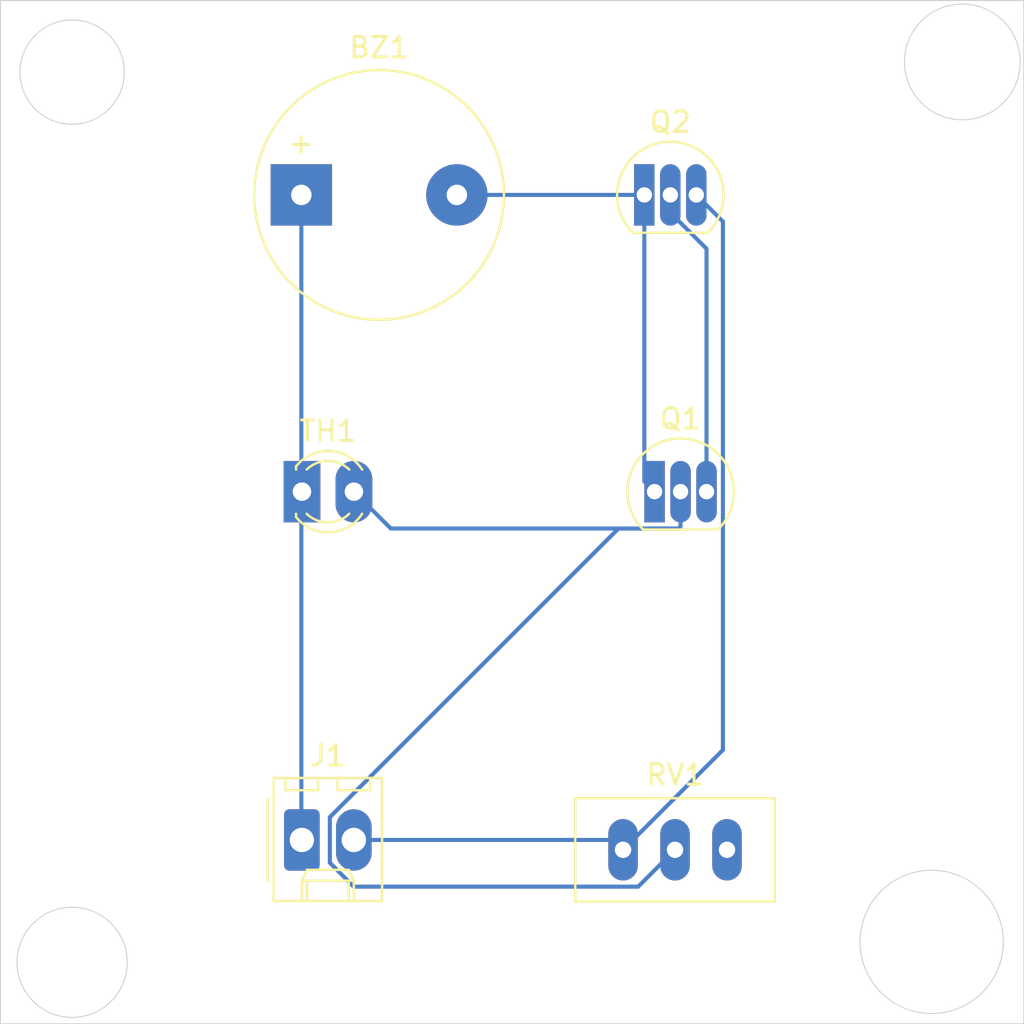
<source format=kicad_pcb>
(kicad_pcb (version 20241229) (generator "pcbnew") (generator_version "9.0")
  (layers (0 "F.Cu" signal) (2 "B.Cu" signal) (13 "F.Paste" user) (15 "B.Paste" user) (5 "F.SilkS" user "F.Silkscreen") (7 "B.SilkS" user "B.Silkscreen") (1 "F.Mask" user) (3 "B.Mask" user) (25 "Edge.Cuts" user))
  (net 0 "")
  (net 1 "Net-(BZ1-+)")
  (net 2 "Net-(BZ1--)")
  (net 3 "Net-(Q1-E)")
  (net 4 "Net-(Q1-B)")
  (net 5 "Net-(J1-Pin_2)")
  (footprint "Buzzer_Beeper:Buzzer_12x9.5RM7.6" (layer "F.Cu") (at 124.7 83.5)
    (property "Reference" "BZ1" (at 3.8 -7.2 0) (layer "F.SilkS"))
    (property "Value" "Buzzer")
    (fp_circle (center 3.8 0) (end 9.9 0) (stroke (width 0.12)) (fill no) (layer "F.SilkS"))
    (fp_text user "+" (at -0.01 -2.54 0) (layer "F.SilkS"))
    (pad "1" thru_hole rect (at 0 0) (size 3 3) (drill 1) (layers "*.Cu" "*.Mask") (net 1 "Net-(BZ1-+)"))
    (pad "2" thru_hole oval (at 7.6 0) (size 3 3) (drill 1) (layers "*.Cu" "*.Mask") (net 2 "Net-(BZ1--)"))
  )
  (footprint "Package_TO_SOT_THT:TO-92_Inline" (layer "F.Cu") (at 141.46 83.5)
    (property "Reference" "Q2" (at 1.27 -3.56 0) (layer "F.SilkS"))
    (property "Value" "BC547")
    (fp_line (start -0.53 1.85) (end 3.07 1.85) (stroke (width 0.12)) (layer "F.SilkS"))
    (fp_arc (start -0.568478 1.838478) (mid -1.132087 -0.994977) (end 1.27 -2.6) (stroke (width 0.12)) (layer "F.SilkS"))
    (fp_arc (start 1.27 -2.6) (mid 3.672087 -0.994977) (end 3.108478 1.838478) (stroke (width 0.12)) (layer "F.SilkS"))
    (pad "1" thru_hole rect (at 0 0) (size 1 3) (drill 0.75) (layers "*.Cu" "*.Mask") (net 2 "Net-(BZ1--)"))
    (pad "2" thru_hole oval (at 1.27 0) (size 1 3) (drill 0.75) (layers "*.Cu" "*.Mask") (net 3 "Net-(Q1-E)"))
    (pad "3" thru_hole oval (at 2.54 0) (size 1 3) (drill 0.75) (layers "*.Cu" "*.Mask") (net 5 "Net-(J1-Pin_2)"))
  )
  (footprint "LED_THT:LED_D3.0mm_IRGrey" (layer "F.Cu") (at 124.73 98)
    (property "Reference" "TH1" (at 1.27 -2.96 0) (layer "F.SilkS"))
    (property "Value" "Thermistor_US")
    (fp_line (start -0.29 -1.236) (end -0.29 -1.08) (stroke (width 0.12)) (layer "F.SilkS"))
    (fp_line (start -0.29 1.08) (end -0.29 1.236) (stroke (width 0.12)) (layer "F.SilkS"))
    (fp_arc (start -0.29 -1.235516) (mid 1.36566 -1.987699) (end 2.941437 -1.08) (stroke (width 0.12)) (layer "F.SilkS"))
    (fp_arc (start 0.229039 -1.08) (mid 1.27 -1.5) (end 2.310961 -1.08) (stroke (width 0.12)) (layer "F.SilkS"))
    (fp_arc (start 2.310961 1.08) (mid 1.27 1.5) (end 0.229039 1.08) (stroke (width 0.12)) (layer "F.SilkS"))
    (fp_arc (start 2.941437 1.08) (mid 1.36566 1.987699) (end -0.29 1.235516) (stroke (width 0.12)) (layer "F.SilkS"))
    (pad "1" thru_hole rect (at 0 0) (size 1.8 3) (drill 0.9) (layers "*.Cu" "*.Mask") (net 1 "Net-(BZ1-+)"))
    (pad "2" thru_hole oval (at 2.54 0) (size 1.8 3) (drill 0.9) (layers "*.Cu" "*.Mask") (net 4 "Net-(Q1-B)"))
  )
  (footprint "Potentiometer_THT:Potentiometer_Bourns_3296W_Vertical" (layer "F.Cu") (at 145.5 115.5)
    (property "Reference" "RV1" (at -2.54 -3.66 0) (layer "F.SilkS"))
    (property "Value" "10k")
    (fp_line (start -7.415 -2.52) (end 2.335 -2.52) (stroke (width 0.12)) (layer "F.SilkS"))
    (fp_line (start -7.415 2.53) (end -7.415 -2.52) (stroke (width 0.12)) (layer "F.SilkS"))
    (fp_line (start 2.335 -2.52) (end 2.335 2.53) (stroke (width 0.12)) (layer "F.SilkS"))
    (fp_line (start 2.335 2.53) (end -7.415 2.53) (stroke (width 0.12)) (layer "F.SilkS"))
    (pad "1" thru_hole oval (at 0 0) (size 1.44 3) (drill 0.8) (layers "*.Cu" "*.Mask") (net 4 "Net-(Q1-B)"))
    (pad "2" thru_hole oval (at -2.54 0) (size 1.44 3) (drill 0.8) (layers "*.Cu" "*.Mask") (net 4 "Net-(Q1-B)"))
    (pad "3" thru_hole oval (at -5.08 0) (size 1.44 3) (drill 0.8) (layers "*.Cu" "*.Mask") (net 5 "Net-(J1-Pin_2)"))
  )
  (footprint "Package_TO_SOT_THT:TO-92_Inline" (layer "F.Cu") (at 141.96 98)
    (property "Reference" "Q1" (at 1.27 -3.56 0) (layer "F.SilkS"))
    (property "Value" "BC547")
    (fp_line (start -0.53 1.85) (end 3.07 1.85) (stroke (width 0.12)) (layer "F.SilkS"))
    (fp_arc (start -0.568478 1.838478) (mid -1.132087 -0.994977) (end 1.27 -2.6) (stroke (width 0.12)) (layer "F.SilkS"))
    (fp_arc (start 1.27 -2.6) (mid 3.672087 -0.994977) (end 3.108478 1.838478) (stroke (width 0.12)) (layer "F.SilkS"))
    (pad "1" thru_hole rect (at 0 0) (size 1 3) (drill 0.75) (layers "*.Cu" "*.Mask") (net 2 "Net-(BZ1--)"))
    (pad "2" thru_hole oval (at 1.27 0) (size 1 3) (drill 0.75) (layers "*.Cu" "*.Mask") (net 4 "Net-(Q1-B)"))
    (pad "3" thru_hole oval (at 2.54 0) (size 1 3) (drill 0.75) (layers "*.Cu" "*.Mask") (net 3 "Net-(Q1-E)"))
  )
  (footprint "Connector_Molex:Molex_KK-254_AE-6410-02A_1x02_P2.54mm_Vertical" (layer "F.Cu") (at 124.725 115.02)
    (property "Reference" "J1" (at 1.27 -4.12 0) (layer "F.SilkS"))
    (property "Value" "Conn_01x02_Socket")
    (fp_line (start -1.67 -2) (end -1.67 2) (stroke (width 0.12)) (layer "F.SilkS"))
    (fp_line (start -1.38 -3.03) (end -1.38 2.99) (stroke (width 0.12)) (layer "F.SilkS"))
    (fp_line (start -1.38 2.99) (end 3.92 2.99) (stroke (width 0.12)) (layer "F.SilkS"))
    (fp_line (start -0.8 -3.03) (end -0.8 -2.43) (stroke (width 0.12)) (layer "F.SilkS"))
    (fp_line (start -0.8 -2.43) (end 0.8 -2.43) (stroke (width 0.12)) (layer "F.SilkS"))
    (fp_line (start 0 1.99) (end 0.25 1.46) (stroke (width 0.12)) (layer "F.SilkS"))
    (fp_line (start 0 1.99) (end 2.54 1.99) (stroke (width 0.12)) (layer "F.SilkS"))
    (fp_line (start 0 2.99) (end 0 1.99) (stroke (width 0.12)) (layer "F.SilkS"))
    (fp_line (start 0.25 1.46) (end 2.29 1.46) (stroke (width 0.12)) (layer "F.SilkS"))
    (fp_line (start 0.25 2.99) (end 0.25 1.99) (stroke (width 0.12)) (layer "F.SilkS"))
    (fp_line (start 0.8 -2.43) (end 0.8 -3.03) (stroke (width 0.12)) (layer "F.SilkS"))
    (fp_line (start 1.74 -3.03) (end 1.74 -2.43) (stroke (width 0.12)) (layer "F.SilkS"))
    (fp_line (start 1.74 -2.43) (end 3.34 -2.43) (stroke (width 0.12)) (layer "F.SilkS"))
    (fp_line (start 2.29 1.46) (end 2.54 1.99) (stroke (width 0.12)) (layer "F.SilkS"))
    (fp_line (start 2.29 2.99) (end 2.29 1.99) (stroke (width 0.12)) (layer "F.SilkS"))
    (fp_line (start 2.54 1.99) (end 2.54 2.99) (stroke (width 0.12)) (layer "F.SilkS"))
    (fp_line (start 3.34 -2.43) (end 3.34 -3.03) (stroke (width 0.12)) (layer "F.SilkS"))
    (fp_line (start 3.92 -3.03) (end -1.38 -3.03) (stroke (width 0.12)) (layer "F.SilkS"))
    (fp_line (start 3.92 2.99) (end 3.92 -3.03) (stroke (width 0.12)) (layer "F.SilkS"))
    (pad "1" thru_hole roundrect (at 0 0) (size 1.74 3) (drill 1.19) (layers "*.Cu" "*.Mask") (roundrect_rratio 0.143678) (net 1 "Net-(BZ1-+)"))
    (pad "2" thru_hole oval (at 2.54 0) (size 1.74 3) (drill 1.19) (layers "*.Cu" "*.Mask") (net 5 "Net-(J1-Pin_2)"))
  )
  (gr_rect (start 110 74) (end 160 124) (stroke (width 0.05)) (fill no) (layer "Edge.Cuts"))
  (gr_circle (center 157 77) (end 159 79) (stroke (width 0.05)) (fill no) (layer "Edge.Cuts"))
  (gr_circle (center 113.5 77.5) (end 116 78) (stroke (width 0.05)) (fill no) (layer "Edge.Cuts"))
  (gr_circle (center 155.5 120) (end 159 120) (stroke (width 0.05)) (fill no) (layer "Edge.Cuts"))
  (gr_circle (center 113.5 121) (end 116 122) (stroke (width 0.05)) (fill no) (layer "Edge.Cuts"))
  (segment (start 124.7 114.995) (end 124.725 115.02) (width 0.2) (layer "B.Cu") (net 1))
  (segment (start 124.7 83.5) (end 124.7 114.995) (width 0.2) (layer "B.Cu") (net 1))
  (segment (start 132.3 83.5) (end 141.46 83.5) (width 0.2) (layer "B.Cu") (net 2))
  (segment (start 141.46 83.5) (end 141.46 97.5) (width 0.2) (layer "B.Cu") (net 2))
  (segment (start 141.46 97.5) (end 141.96 98) (width 0.2) (layer "B.Cu") (net 2))
  (segment (start 144.5 86.132785) (end 144.5 98) (width 0.2) (layer "B.Cu") (net 3))
  (segment (start 142.73 84.362785) (end 144.5 86.132785) (width 0.2) (layer "B.Cu") (net 3))
  (segment (start 142.73 83.5) (end 142.73 84.362785) (width 0.2) (layer "B.Cu") (net 3))
  (segment (start 126.094 113.904956) (end 140.197956 99.801) (width 0.2) (layer "B.Cu") (net 4))
  (segment (start 129.071 99.801) (end 143.129 99.801) (width 0.2) (layer "B.Cu") (net 4))
  (segment (start 143.23 99.7) (end 143.23 98) (width 0.2) (layer "B.Cu") (net 4))
  (segment (start 127.259956 117.301) (end 126.094 116.135044) (width 0.2) (layer "B.Cu") (net 4))
  (segment (start 127.27 98) (end 129.071 99.801) (width 0.2) (layer "B.Cu") (net 4))
  (segment (start 143.129 99.801) (end 143.23 99.7) (width 0.2) (layer "B.Cu") (net 4))
  (segment (start 140.197956 99.801) (end 143.129 99.801) (width 0.2) (layer "B.Cu") (net 4))
  (segment (start 141.159 117.301) (end 127.259956 117.301) (width 0.2) (layer "B.Cu") (net 4))
  (segment (start 126.094 116.135044) (end 126.094 113.904956) (width 0.2) (layer "B.Cu") (net 4))
  (segment (start 142.96 115.5) (end 141.159 117.301) (width 0.2) (layer "B.Cu") (net 4))
  (segment (start 139.94 115.02) (end 140.42 115.5) (width 0.2) (layer "B.Cu") (net 5))
  (segment (start 145.301 110.619) (end 145.301 84.801) (width 0.2) (layer "B.Cu") (net 5))
  (segment (start 140.42 115.5) (end 145.301 110.619) (width 0.2) (layer "B.Cu") (net 5))
  (segment (start 127.265 115.02) (end 139.94 115.02) (width 0.2) (layer "B.Cu") (net 5))
  (segment (start 145.301 84.801) (end 144 83.5) (width 0.2) (layer "B.Cu") (net 5))
)
</source>
